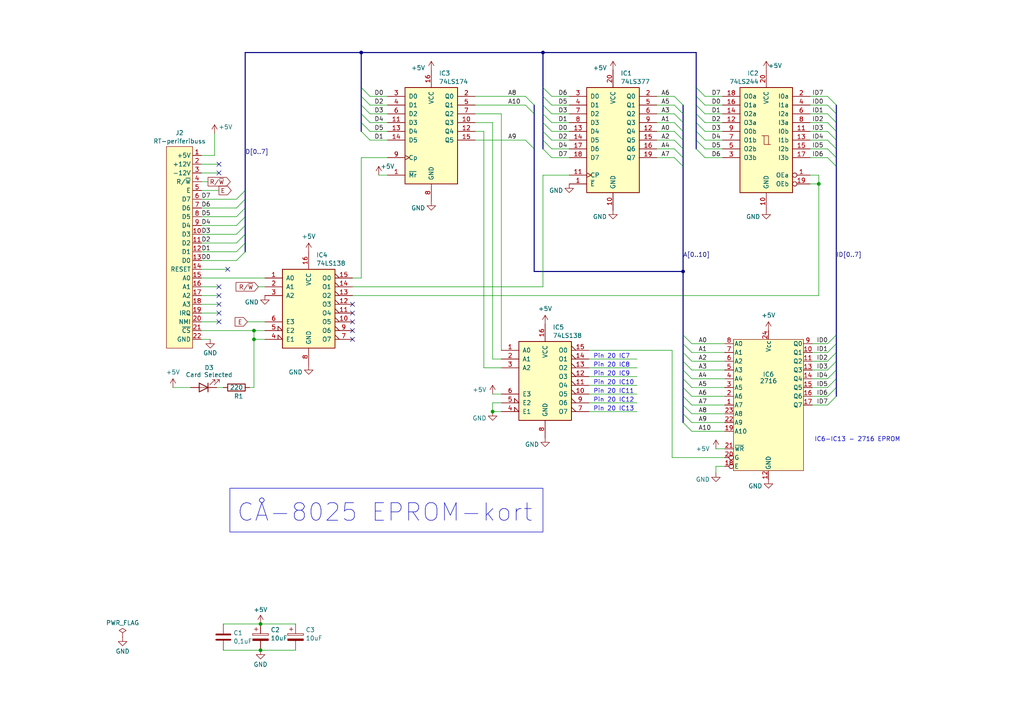
<source format=kicad_sch>
(kicad_sch (version 20230121) (generator eeschema)
  (paper "A4")
  (title_block (title "CÅ-8025 EPROM-kort till RT-datorn") (date "2023-07-30") (rev "0.3") (company "Åke Holm, CÅ-Elektronik") (comment 1 "Schema skapat av Mikael Karlsson"))
  (lib_symbols
    (symbol "74xx:74LS138" (pin_names (offset 1.016))
      (property "Reference" "U" (at -7.62 11.43 0))
      (property "Value" "74LS138" (at -7.62 -13.97 0))
      (symbol "74LS138_1_0"
        (pin input line (at -12.7 7.62 0) (length 5.08) (name "A0") (number "1"))
        (pin output output_low (at 12.7 -5.08 180) (length 5.08) (name "O5") (number "10"))
        (pin output output_low (at 12.7 -2.54 180) (length 5.08) (name "O4") (number "11"))
        (pin output output_low (at 12.7 0 180) (length 5.08) (name "O3") (number "12"))
        (pin output output_low (at 12.7 2.54 180) (length 5.08) (name "O2") (number "13"))
        (pin output output_low (at 12.7 5.08 180) (length 5.08) (name "O1") (number "14"))
        (pin output output_low (at 12.7 7.62 180) (length 5.08) (name "O0") (number "15"))
        (pin power_in line (at 0 15.24 270) (length 5.08) (name "VCC") (number "16"))
        (pin input line (at -12.7 5.08 0) (length 5.08) (name "A1") (number "2"))
        (pin input line (at -12.7 2.54 0) (length 5.08) (name "A2") (number "3"))
        (pin input input_low (at -12.7 -10.16 0) (length 5.08) (name "E1") (number "4"))
        (pin input input_low (at -12.7 -7.62 0) (length 5.08) (name "E2") (number "5"))
        (pin input line (at -12.7 -5.08 0) (length 5.08) (name "E3") (number "6"))
        (pin output output_low (at 12.7 -10.16 180) (length 5.08) (name "O7") (number "7"))
        (pin power_in line (at 0 -17.78 90) (length 5.08) (name "GND") (number "8"))
        (pin output output_low (at 12.7 -7.62 180) (length 5.08) (name "O6") (number "9"))
      )
      (symbol "74LS138_1_1"
        (rectangle (start -7.62 10.16) (end 7.62 -12.7) (stroke (width 0.254)) (fill (type background)))
      )
    )
    (symbol "74xx:74LS174" (pin_names (offset 1.016))
      (property "Reference" "U" (at -7.62 13.97 0))
      (property "Value" "74LS174" (at -7.62 -16.51 0))
      (symbol "74LS174_1_0"
        (pin input line (at -12.7 -12.7 0) (length 5.08) (name "~{Mr}") (number "1"))
        (pin output line (at 12.7 2.54 180) (length 5.08) (name "Q3") (number "10"))
        (pin input line (at -12.7 2.54 0) (length 5.08) (name "D3") (number "11"))
        (pin output line (at 12.7 0 180) (length 5.08) (name "Q4") (number "12"))
        (pin input line (at -12.7 0 0) (length 5.08) (name "D4") (number "13"))
        (pin input line (at -12.7 -2.54 0) (length 5.08) (name "D5") (number "14"))
        (pin output line (at 12.7 -2.54 180) (length 5.08) (name "Q5") (number "15"))
        (pin power_in line (at 0 17.78 270) (length 5.08) (name "VCC") (number "16"))
        (pin output line (at 12.7 10.16 180) (length 5.08) (name "Q0") (number "2"))
        (pin input line (at -12.7 10.16 0) (length 5.08) (name "D0") (number "3"))
        (pin input line (at -12.7 7.62 0) (length 5.08) (name "D1") (number "4"))
        (pin output line (at 12.7 7.62 180) (length 5.08) (name "Q1") (number "5"))
        (pin input line (at -12.7 5.08 0) (length 5.08) (name "D2") (number "6"))
        (pin output line (at 12.7 5.08 180) (length 5.08) (name "Q2") (number "7"))
        (pin power_in line (at 0 -20.32 90) (length 5.08) (name "GND") (number "8"))
        (pin input clock (at -12.7 -7.62 0) (length 5.08) (name "Cp") (number "9"))
      )
      (symbol "74LS174_1_1"
        (rectangle (start -7.62 12.7) (end 7.62 -15.24) (stroke (width 0.254)) (fill (type background)))
      )
    )
    (symbol "74xx:74LS244" (pin_names (offset 1.016))
      (property "Reference" "U" (at -7.62 16.51 0))
      (property "Value" "74LS244" (at -7.62 -16.51 0))
      (symbol "74LS244_1_0"
        (polyline (pts (xy -0.635 -1.27) (xy -0.635 1.27) (xy 0.635 1.27)))
        (polyline (pts (xy -1.27 -1.27) (xy 0.635 -1.27) (xy 0.635 1.27) (xy 1.27 1.27)))
        (pin input inverted (at -12.7 -10.16 0) (length 5.08) (name "OEa") (number "1"))
        (pin power_in line (at 0 -20.32 90) (length 5.08) (name "GND") (number "10"))
        (pin input line (at -12.7 2.54 0) (length 5.08) (name "I0b") (number "11"))
        (pin tri_state line (at 12.7 5.08 180) (length 5.08) (name "O3a") (number "12"))
        (pin input line (at -12.7 0 0) (length 5.08) (name "I1b") (number "13"))
        (pin tri_state line (at 12.7 7.62 180) (length 5.08) (name "O2a") (number "14"))
        (pin input line (at -12.7 -2.54 0) (length 5.08) (name "I2b") (number "15"))
        (pin tri_state line (at 12.7 10.16 180) (length 5.08) (name "O1a") (number "16"))
        (pin input line (at -12.7 -5.08 0) (length 5.08) (name "I3b") (number "17"))
        (pin tri_state line (at 12.7 12.7 180) (length 5.08) (name "O0a") (number "18"))
        (pin input inverted (at -12.7 -12.7 0) (length 5.08) (name "OEb") (number "19"))
        (pin input line (at -12.7 12.7 0) (length 5.08) (name "I0a") (number "2"))
        (pin power_in line (at 0 20.32 270) (length 5.08) (name "VCC") (number "20"))
        (pin tri_state line (at 12.7 -5.08 180) (length 5.08) (name "O3b") (number "3"))
        (pin input line (at -12.7 10.16 0) (length 5.08) (name "I1a") (number "4"))
        (pin tri_state line (at 12.7 -2.54 180) (length 5.08) (name "O2b") (number "5"))
        (pin input line (at -12.7 7.62 0) (length 5.08) (name "I2a") (number "6"))
        (pin tri_state line (at 12.7 0 180) (length 5.08) (name "O1b") (number "7"))
        (pin input line (at -12.7 5.08 0) (length 5.08) (name "I3a") (number "8"))
        (pin tri_state line (at 12.7 2.54 180) (length 5.08) (name "O0b") (number "9"))
      )
      (symbol "74LS244_1_1"
        (rectangle (start -7.62 15.24) (end 7.62 -15.24) (stroke (width 0.254)) (fill (type background)))
      )
    )
    (symbol "74xx:74LS377" (pin_names (offset 1.016))
      (property "Reference" "U" (at -7.62 16.51 0))
      (property "Value" "74LS377" (at -7.62 -16.51 0))
      (symbol "74LS377_1_0"
        (pin input line (at -12.7 -12.7 0) (length 5.08) (name "~{E}") (number "1"))
        (pin power_in line (at 0 -20.32 90) (length 5.08) (name "GND") (number "10"))
        (pin input clock (at -12.7 -10.16 0) (length 5.08) (name "CP") (number "11"))
        (pin output line (at 12.7 2.54 180) (length 5.08) (name "Q4") (number "12"))
        (pin input line (at -12.7 2.54 0) (length 5.08) (name "D4") (number "13"))
        (pin input line (at -12.7 0 0) (length 5.08) (name "D5") (number "14"))
        (pin output line (at 12.7 0 180) (length 5.08) (name "Q5") (number "15"))
        (pin output line (at 12.7 -2.54 180) (length 5.08) (name "Q6") (number "16"))
        (pin input line (at -12.7 -2.54 0) (length 5.08) (name "D6") (number "17"))
        (pin input line (at -12.7 -5.08 0) (length 5.08) (name "D7") (number "18"))
        (pin output line (at 12.7 -5.08 180) (length 5.08) (name "Q7") (number "19"))
        (pin output line (at 12.7 12.7 180) (length 5.08) (name "Q0") (number "2"))
        (pin power_in line (at 0 20.32 270) (length 5.08) (name "VCC") (number "20"))
        (pin input line (at -12.7 12.7 0) (length 5.08) (name "D0") (number "3"))
        (pin input line (at -12.7 10.16 0) (length 5.08) (name "D1") (number "4"))
        (pin output line (at 12.7 10.16 180) (length 5.08) (name "Q1") (number "5"))
        (pin output line (at 12.7 7.62 180) (length 5.08) (name "Q2") (number "6"))
        (pin input line (at -12.7 7.62 0) (length 5.08) (name "D2") (number "7"))
        (pin input line (at -12.7 5.08 0) (length 5.08) (name "D3") (number "8"))
        (pin output line (at 12.7 5.08 180) (length 5.08) (name "Q3") (number "9"))
      )
      (symbol "74LS377_1_1"
        (rectangle (start -7.62 15.24) (end 7.62 -15.24) (stroke (width 0.254)) (fill (type background)))
      )
    )
    (symbol "CÅ-8025:2716" (pin_names (offset 0.254))
      (property "Reference" "U" (at 0 3.175 0))
      (property "Value" "2716" (at 0 -0.635 0))
      (symbol "2716_0_1"
        (rectangle (start -10.16 19.05) (end 10.16 -19.05) (fill (type background)))
      )
      (symbol "2716_1_0"
        (pin power_in line (at 0 -21.59 90) (length 2.54) (name "GND") (number "12"))
        (pin power_in line (at 0 21.59 270) (length 2.54) (name "Vcc") (number "24"))
      )
      (symbol "2716_1_1"
        (pin input line (at -12.7 0 0) (length 2.54) (name "A7") (number "1"))
        (pin tri_state line (at 12.7 15.24 180) (length 2.54) (name "Q1") (number "10"))
        (pin tri_state line (at 12.7 12.7 180) (length 2.54) (name "Q2") (number "11"))
        (pin tri_state line (at 12.7 10.16 180) (length 2.54) (name "Q3") (number "13"))
        (pin tri_state line (at 12.7 7.62 180) (length 2.54) (name "Q4") (number "14"))
        (pin tri_state line (at 12.7 5.08 180) (length 2.54) (name "Q5") (number "15"))
        (pin tri_state line (at 12.7 2.54 180) (length 2.54) (name "Q6") (number "16"))
        (pin tri_state line (at 12.7 0 180) (length 2.54) (name "Q7") (number "17"))
        (pin input inverted (at -12.7 -17.78 0) (length 2.54) (name "E") (number "18"))
        (pin input line (at -12.7 -7.62 0) (length 2.54) (name "A10") (number "19"))
        (pin input line (at -12.7 2.54 0) (length 2.54) (name "A6") (number "2"))
        (pin input inverted (at -12.7 -15.24 0) (length 2.54) (name "G") (number "20"))
        (pin input line (at -12.7 -12.7 0) (length 2.54) (name "~{WR}") (number "21"))
        (pin input line (at -12.7 -5.08 0) (length 2.54) (name "A9") (number "22"))
        (pin input line (at -12.7 -2.54 0) (length 2.54) (name "A8") (number "23"))
        (pin input line (at -12.7 5.08 0) (length 2.54) (name "A5") (number "3"))
        (pin input line (at -12.7 7.62 0) (length 2.54) (name "A4") (number "4"))
        (pin input line (at -12.7 10.16 0) (length 2.54) (name "A3") (number "5"))
        (pin input line (at -12.7 12.7 0) (length 2.54) (name "A2") (number "6"))
        (pin input line (at -12.7 15.24 0) (length 2.54) (name "A1") (number "7"))
        (pin input line (at -12.7 17.78 0) (length 2.54) (name "A0") (number "8"))
        (pin tri_state line (at 12.7 17.78 180) (length 2.54) (name "Q0") (number "9"))
      )
    )
    (symbol "CÅ-8025:RT-periferibuss"
      (property "Reference" "J" (at 0 32.385 0))
      (property "Value" "RT-periferibuss" (at 0 30.48 0))
      (symbol "RT-periferibuss_0_0"
        (pin bidirectional line (at 6.35 3.81 180) (length 2.54) (name "D3") (number "10"))
        (pin bidirectional line (at 6.35 1.27 180) (length 2.54) (name "D2") (number "11"))
        (pin bidirectional line (at 6.35 -1.27 180) (length 2.54) (name "D1") (number "12"))
        (pin bidirectional line (at 6.35 -3.81 180) (length 2.54) (name "D0") (number "13"))
        (pin output line (at 6.35 -6.35 180) (length 2.54) (name "RESET") (number "14"))
        (pin output line (at 6.35 -8.89 180) (length 2.54) (name "A0") (number "15"))
        (pin output line (at 6.35 -11.43 180) (length 2.54) (name "A1") (number "16"))
        (pin output line (at 6.35 -13.97 180) (length 2.54) (name "A2") (number "17"))
        (pin output line (at 6.35 -16.51 180) (length 2.54) (name "A3") (number "18"))
        (pin bidirectional line (at 6.35 -19.05 180) (length 2.54) (name "IRQ") (number "19"))
        (pin bidirectional line (at 6.35 -21.59 180) (length 2.54) (name "NMI") (number "20"))
        (pin output line (at 6.35 -24.13 180) (length 2.54) (name "~{CS}") (number "21"))
        (pin power_in line (at 6.35 -26.67 180) (length 2.54) (name "GND") (number "22"))
        (pin power_out line (at 6.35 21.59 180) (length 2.54) (name "-12V") (number "3"))
        (pin output line (at 6.35 16.51 180) (length 2.54) (name "E") (number "5"))
        (pin bidirectional line (at 6.35 13.97 180) (length 2.54) (name "D7") (number "6"))
        (pin bidirectional line (at 6.35 11.43 180) (length 2.54) (name "D6") (number "7"))
        (pin bidirectional line (at 6.35 8.89 180) (length 2.54) (name "D5") (number "8"))
        (pin bidirectional line (at 6.35 6.35 180) (length 2.54) (name "D4") (number "9"))
      )
      (symbol "RT-periferibuss_1_0"
        (pin power_out line (at 6.35 26.67 180) (length 2.54) (name "+5V") (number "1"))
        (pin power_out line (at 6.35 24.13 180) (length 2.54) (name "+12V") (number "2"))
        (pin output line (at 6.35 19.05 180) (length 2.54) (name "R/~{W}") (number "4"))
      )
      (symbol "RT-periferibuss_1_1"
        (rectangle (start -3.81 29.21) (end 3.81 -29.21) (fill (type background)))
      )
    )
    (symbol "Device:C" (pin_numbers hide) (pin_names (offset 0.254))
      (property "Reference" "C" (at 0.635 2.54 0))
      (property "Value" "C" (at 0.635 -2.54 0))
      (symbol "C_0_1"
        (polyline (pts (xy -2.032 -0.762) (xy 2.032 -0.762)) (stroke (width 0.508)))
        (polyline (pts (xy -2.032 0.762) (xy 2.032 0.762)) (stroke (width 0.508)))
      )
      (symbol "C_1_1"
        (pin passive line (at 0 3.81 270) (length 2.794) (name "~") (number "1"))
        (pin passive line (at 0 -3.81 90) (length 2.794) (name "~") (number "2"))
      )
    )
    (symbol "Device:C_Polarized" (pin_numbers hide) (pin_names (offset 0.254))
      (property "Reference" "C" (at 0.635 2.54 0))
      (property "Value" "C_Polarized" (at 0.635 -2.54 0))
      (symbol "C_Polarized_0_1"
        (rectangle (start -2.286 0.508) (end 2.286 1.016))
        (polyline (pts (xy -1.778 2.286) (xy -0.762 2.286)))
        (polyline (pts (xy -1.27 2.794) (xy -1.27 1.778)))
        (rectangle (start 2.286 -0.508) (end -2.286 -1.016) (fill (type outline)))
      )
      (symbol "C_Polarized_1_1"
        (pin passive line (at 0 3.81 270) (length 2.794) (name "~") (number "1"))
        (pin passive line (at 0 -3.81 90) (length 2.794) (name "~") (number "2"))
      )
    )
    (symbol "Device:LED" (pin_numbers hide) (pin_names (offset 1.016) hide)
      (property "Reference" "D" (at 0 2.54 0))
      (property "Value" "LED" (at 0 -2.54 0))
      (symbol "LED_0_1"
        (polyline (pts (xy -1.27 -1.27) (xy -1.27 1.27)) (stroke (width 0.254)))
        (polyline (pts (xy -1.27 0) (xy 1.27 0)))
        (polyline (pts (xy 1.27 -1.27) (xy 1.27 1.27) (xy -1.27 0) (xy 1.27 -1.27)) (stroke (width 0.254)))
        (polyline (pts (xy -3.048 -0.762) (xy -4.572 -2.286) (xy -3.81 -2.286) (xy -4.572 -2.286) (xy -4.572 -1.524)))
        (polyline (pts (xy -1.778 -0.762) (xy -3.302 -2.286) (xy -2.54 -2.286) (xy -3.302 -2.286) (xy -3.302 -1.524)))
      )
      (symbol "LED_1_1"
        (pin passive line (at -3.81 0 0) (length 2.54) (name "K") (number "1"))
        (pin passive line (at 3.81 0 180) (length 2.54) (name "A") (number "2"))
      )
    )
    (symbol "Device:R" (pin_numbers hide) (pin_names (offset 0))
      (property "Reference" "R" (at 2.032 0 90))
      (property "Value" "R" (at 0 0 90))
      (symbol "R_0_1"
        (rectangle (start -1.016 -2.54) (end 1.016 2.54) (stroke (width 0.254)))
      )
      (symbol "R_1_1"
        (pin passive line (at 0 3.81 270) (length 1.27) (name "~") (number "1"))
        (pin passive line (at 0 -3.81 90) (length 1.27) (name "~") (number "2"))
      )
    )
    (symbol "power:+5V" (power) (pin_names (offset 0))
      (property "Value" "+5V" (at 0 3.556 0))
      (symbol "+5V_0_1"
        (polyline (pts (xy -0.762 1.27) (xy 0 2.54)))
        (polyline (pts (xy 0 0) (xy 0 2.54)))
        (polyline (pts (xy 0 2.54) (xy 0.762 1.27)))
      )
      (symbol "+5V_1_1"
        (pin power_in line (at 0 0 90) (length 0) hide (name "+5V") (number "1"))
      )
    )
    (symbol "power:GND" (power) (pin_names (offset 0))
      (property "Value" "GND" (at 0 -3.81 0))
      (symbol "GND_0_1"
        (polyline (pts (xy 0 0) (xy 0 -1.27) (xy 1.27 -1.27) (xy 0 -2.54) (xy -1.27 -1.27) (xy 0 -1.27)))
      )
      (symbol "GND_1_1"
        (pin power_in line (at 0 0 270) (length 0) hide (name "GND") (number "1"))
      )
    )
    (symbol "power:PWR_FLAG" (power) (pin_numbers hide) (pin_names (offset 0) hide)
      (property "Value" "PWR_FLAG" (at 0 3.81 0))
      (symbol "PWR_FLAG_0_0"
        (pin power_out line (at 0 0 90) (length 0) (name "pwr") (number "1"))
      )
      (symbol "PWR_FLAG_0_1"
        (polyline (pts (xy 0 0) (xy 0 1.27) (xy -1.016 1.905) (xy 0 2.54) (xy 1.016 1.905) (xy 0 1.27)))
      )
    )
  )
  (junction (at 73.66 95.885))
  (junction (at 198.12 78.74))
  (junction (at 73.66 98.425))
  (junction (at 75.565 188.595))
  (junction (at 104.775 15.24))
  (junction (at 75.565 180.975))
  (junction (at 237.49 53.34))
  (junction (at 142.875 119.38))
  (junction (at 157.48 15.24))
  (no_connect (at 102.235 93.345))
  (no_connect (at 66.04 78.105))
  (no_connect (at 63.5 88.265))
  (no_connect (at 63.5 85.725))
  (no_connect (at 63.5 90.805))
  (no_connect (at 63.5 93.345))
  (no_connect (at 102.235 95.885))
  (no_connect (at 63.5 50.165))
  (no_connect (at 63.5 83.185))
  (no_connect (at 102.235 90.805))
  (no_connect (at 102.235 98.425))
  (no_connect (at 102.235 88.265))
  (no_connect (at 63.5 47.625))
  (bus_entry (at 200.66 109.855) (size -2.54 -2.54))
  (bus_entry (at 107.315 38.1) (size -2.54 -2.54))
  (bus_entry (at 200.66 104.775) (size -2.54 -2.54))
  (bus_entry (at 68.58 70.485) (size 2.54 -2.54))
  (bus_entry (at 240.03 99.695) (size 2.54 -2.54))
  (bus_entry (at 204.47 35.56) (size -2.54 -2.54))
  (bus_entry (at 195.58 30.48) (size 2.54 2.54))
  (bus_entry (at 200.66 102.235) (size -2.54 -2.54))
  (bus_entry (at 152.4 30.48) (size 2.54 2.54))
  (bus_entry (at 200.66 125.095) (size -2.54 -2.54))
  (bus_entry (at 160.02 43.18) (size -2.54 -2.54))
  (bus_entry (at 240.03 102.235) (size 2.54 -2.54))
  (bus_entry (at 160.02 45.72) (size -2.54 -2.54))
  (bus_entry (at 240.03 38.1) (size 2.54 2.54))
  (bus_entry (at 195.58 43.18) (size 2.54 2.54))
  (bus_entry (at 160.02 35.56) (size -2.54 -2.54))
  (bus_entry (at 107.315 30.48) (size -2.54 -2.54))
  (bus_entry (at 107.315 27.94) (size -2.54 -2.54))
  (bus_entry (at 240.03 112.395) (size 2.54 -2.54))
  (bus_entry (at 68.58 60.325) (size 2.54 -2.54))
  (bus_entry (at 107.315 40.64) (size -2.54 -2.54))
  (bus_entry (at 200.66 120.015) (size -2.54 -2.54))
  (bus_entry (at 204.47 38.1) (size -2.54 -2.54))
  (bus_entry (at 200.66 117.475) (size -2.54 -2.54))
  (bus_entry (at 68.58 65.405) (size 2.54 -2.54))
  (bus_entry (at 200.66 107.315) (size -2.54 -2.54))
  (bus_entry (at 200.66 114.935) (size -2.54 -2.54))
  (bus_entry (at 240.03 40.64) (size 2.54 2.54))
  (bus_entry (at 240.03 33.02) (size 2.54 2.54))
  (bus_entry (at 240.03 109.855) (size 2.54 -2.54))
  (bus_entry (at 152.4 40.64) (size 2.54 2.54))
  (bus_entry (at 68.58 67.945) (size 2.54 -2.54))
  (bus_entry (at 200.66 122.555) (size -2.54 -2.54))
  (bus_entry (at 195.58 35.56) (size 2.54 2.54))
  (bus_entry (at 160.02 40.64) (size -2.54 -2.54))
  (bus_entry (at 240.03 107.315) (size 2.54 -2.54))
  (bus_entry (at 204.47 40.64) (size -2.54 -2.54))
  (bus_entry (at 195.58 33.02) (size 2.54 2.54))
  (bus_entry (at 240.03 114.935) (size 2.54 -2.54))
  (bus_entry (at 204.47 33.02) (size -2.54 -2.54))
  (bus_entry (at 240.03 35.56) (size 2.54 2.54))
  (bus_entry (at 240.03 27.94) (size 2.54 2.54))
  (bus_entry (at 107.315 33.02) (size -2.54 -2.54))
  (bus_entry (at 160.02 38.1) (size -2.54 -2.54))
  (bus_entry (at 68.58 57.785) (size 2.54 -2.54))
  (bus_entry (at 160.02 27.94) (size -2.54 -2.54))
  (bus_entry (at 152.4 27.94) (size 2.54 2.54))
  (bus_entry (at 204.47 30.48) (size -2.54 -2.54))
  (bus_entry (at 160.02 30.48) (size -2.54 -2.54))
  (bus_entry (at 195.58 38.1) (size 2.54 2.54))
  (bus_entry (at 204.47 45.72) (size -2.54 -2.54))
  (bus_entry (at 204.47 43.18) (size -2.54 -2.54))
  (bus_entry (at 160.02 33.02) (size -2.54 -2.54))
  (bus_entry (at 200.66 99.695) (size -2.54 -2.54))
  (bus_entry (at 68.58 75.565) (size 2.54 -2.54))
  (bus_entry (at 195.58 45.72) (size 2.54 2.54))
  (bus_entry (at 68.58 73.025) (size 2.54 -2.54))
  (bus_entry (at 240.03 117.475) (size 2.54 -2.54))
  (bus_entry (at 195.58 40.64) (size 2.54 2.54))
  (bus_entry (at 240.03 43.18) (size 2.54 2.54))
  (bus_entry (at 204.47 27.94) (size -2.54 -2.54))
  (bus_entry (at 195.58 27.94) (size 2.54 2.54))
  (bus_entry (at 200.66 112.395) (size -2.54 -2.54))
  (bus_entry (at 107.315 35.56) (size -2.54 -2.54))
  (bus_entry (at 240.03 45.72) (size 2.54 2.54))
  (bus_entry (at 68.58 62.865) (size 2.54 -2.54))
  (bus_entry (at 240.03 30.48) (size 2.54 2.54))
  (bus_entry (at 240.03 104.775) (size 2.54 -2.54))
  (wire (pts (xy 195.58 40.64) (xy 190.5 40.64)))
  (wire (pts (xy 204.47 30.48) (xy 209.55 30.48)))
  (wire (pts (xy 240.03 38.1) (xy 234.95 38.1)))
  (wire (pts (xy 58.42 60.325) (xy 68.58 60.325)))
  (wire (pts (xy 60.325 52.705) (xy 58.42 52.705)))
  (wire (pts (xy 160.02 43.18) (xy 165.1 43.18)))
  (wire (pts (xy 200.66 125.095) (xy 210.185 125.095)))
  (wire (pts (xy 200.66 104.775) (xy 210.185 104.775)))
  (wire (pts (xy 240.03 35.56) (xy 234.95 35.56)))
  (bus (pts (xy 71.12 15.24) (xy 104.775 15.24)))
  (bus (pts (xy 198.12 99.695) (xy 198.12 102.235)))
  (wire (pts (xy 62.23 38.735) (xy 62.23 45.085)))
  (wire (pts (xy 63.5 50.165) (xy 58.42 50.165)))
  (bus (pts (xy 201.93 15.24) (xy 201.93 25.4)))
  (wire (pts (xy 200.66 114.935) (xy 210.185 114.935)))
  (bus (pts (xy 242.57 102.235) (xy 242.57 104.775)))
  (wire (pts (xy 140.335 106.68) (xy 145.415 106.68)))
  (bus (pts (xy 71.12 55.245) (xy 71.12 57.785)))
  (bus (pts (xy 198.12 114.935) (xy 198.12 117.475)))
  (wire (pts (xy 204.47 35.56) (xy 209.55 35.56)))
  (bus (pts (xy 157.48 38.1) (xy 157.48 40.64)))
  (bus (pts (xy 71.12 62.865) (xy 71.12 60.325)))
  (wire (pts (xy 204.47 27.94) (xy 209.55 27.94)))
  (wire (pts (xy 207.645 130.175) (xy 210.185 130.175)))
  (bus (pts (xy 201.93 38.1) (xy 201.93 40.64)))
  (wire (pts (xy 58.42 88.265) (xy 63.5 88.265)))
  (wire (pts (xy 142.875 116.84) (xy 142.875 119.38)))
  (wire (pts (xy 160.02 33.02) (xy 165.1 33.02)))
  (wire (pts (xy 240.03 45.72) (xy 234.95 45.72)))
  (bus (pts (xy 201.93 33.02) (xy 201.93 35.56)))
  (wire (pts (xy 207.645 135.255) (xy 207.645 137.16)))
  (bus (pts (xy 104.775 27.94) (xy 104.775 25.4)))
  (bus (pts (xy 242.57 33.02) (xy 242.57 35.56)))
  (wire (pts (xy 195.58 33.02) (xy 190.5 33.02)))
  (bus (pts (xy 242.57 45.72) (xy 242.57 48.26)))
  (bus (pts (xy 157.48 27.94) (xy 157.48 25.4)))
  (bus (pts (xy 198.12 40.64) (xy 198.12 43.18)))
  (bus (pts (xy 198.12 109.855) (xy 198.12 112.395)))
  (wire (pts (xy 137.795 40.64) (xy 152.4 40.64)))
  (wire (pts (xy 58.42 98.425) (xy 60.96 98.425)))
  (wire (pts (xy 73.66 95.885) (xy 76.835 95.885)))
  (wire (pts (xy 200.66 109.855) (xy 210.185 109.855)))
  (wire (pts (xy 200.66 102.235) (xy 210.185 102.235)))
  (bus (pts (xy 201.93 35.56) (xy 201.93 38.1)))
  (bus (pts (xy 104.775 30.48) (xy 104.775 33.02)))
  (bus (pts (xy 104.775 25.4) (xy 104.775 15.24)))
  (bus (pts (xy 71.12 70.485) (xy 71.12 67.945)))
  (bus (pts (xy 198.12 117.475) (xy 198.12 120.015)))
  (bus (pts (xy 104.775 30.48) (xy 104.775 27.94)))
  (wire (pts (xy 234.95 53.34) (xy 237.49 53.34)))
  (wire (pts (xy 170.815 111.76) (xy 184.785 111.76)))
  (wire (pts (xy 240.03 43.18) (xy 234.95 43.18)))
  (bus (pts (xy 242.57 48.26) (xy 242.57 97.155)))
  (wire (pts (xy 137.795 38.1) (xy 140.335 38.1)))
  (wire (pts (xy 58.42 85.725) (xy 63.5 85.725)))
  (bus (pts (xy 71.12 65.405) (xy 71.12 62.865)))
  (wire (pts (xy 102.235 80.645) (xy 104.775 80.645)))
  (bus (pts (xy 242.57 97.155) (xy 242.57 99.695)))
  (wire (pts (xy 195.58 43.18) (xy 190.5 43.18)))
  (wire (pts (xy 240.03 30.48) (xy 234.95 30.48)))
  (wire (pts (xy 58.42 78.105) (xy 66.04 78.105)))
  (wire (pts (xy 58.42 67.945) (xy 68.58 67.945)))
  (wire (pts (xy 58.42 93.345) (xy 63.5 93.345)))
  (wire (pts (xy 140.335 38.1) (xy 140.335 106.68)))
  (wire (pts (xy 104.775 80.645) (xy 104.775 45.72)))
  (wire (pts (xy 160.02 40.64) (xy 165.1 40.64)))
  (wire (pts (xy 58.42 73.025) (xy 68.58 73.025)))
  (wire (pts (xy 170.815 101.6) (xy 194.945 101.6)))
  (bus (pts (xy 198.12 120.015) (xy 198.12 122.555)))
  (wire (pts (xy 170.815 116.84) (xy 184.785 116.84)))
  (bus (pts (xy 201.93 30.48) (xy 201.93 27.94)))
  (bus (pts (xy 157.48 40.64) (xy 157.48 43.18)))
  (wire (pts (xy 240.03 99.695) (xy 235.585 99.695)))
  (wire (pts (xy 142.875 114.3) (xy 145.415 114.3)))
  (wire (pts (xy 142.875 104.14) (xy 145.415 104.14)))
  (bus (pts (xy 157.48 35.56) (xy 157.48 38.1)))
  (wire (pts (xy 240.03 107.315) (xy 235.585 107.315)))
  (bus (pts (xy 198.12 104.775) (xy 198.12 107.315)))
  (wire (pts (xy 73.66 112.395) (xy 73.66 98.425)))
  (bus (pts (xy 198.12 112.395) (xy 198.12 114.935)))
  (bus (pts (xy 201.93 40.64) (xy 201.93 43.18)))
  (wire (pts (xy 240.03 114.935) (xy 235.585 114.935)))
  (bus (pts (xy 157.48 30.48) (xy 157.48 33.02)))
  (bus (pts (xy 242.57 43.18) (xy 242.57 45.72)))
  (wire (pts (xy 50.165 112.395) (xy 55.245 112.395)))
  (wire (pts (xy 137.795 30.48) (xy 152.4 30.48)))
  (bus (pts (xy 198.12 48.26) (xy 198.12 78.74)))
  (wire (pts (xy 62.865 112.395) (xy 64.77 112.395)))
  (bus (pts (xy 242.57 38.1) (xy 242.57 40.64)))
  (wire (pts (xy 237.49 50.8) (xy 237.49 53.34)))
  (wire (pts (xy 204.47 38.1) (xy 209.55 38.1)))
  (bus (pts (xy 157.48 30.48) (xy 157.48 27.94)))
  (wire (pts (xy 240.03 117.475) (xy 235.585 117.475)))
  (bus (pts (xy 157.48 25.4) (xy 157.48 15.24)))
  (wire (pts (xy 200.66 112.395) (xy 210.185 112.395)))
  (wire (pts (xy 195.58 35.56) (xy 190.5 35.56)))
  (wire (pts (xy 58.42 55.245) (xy 63.5 55.245)))
  (wire (pts (xy 234.95 50.8) (xy 237.49 50.8)))
  (bus (pts (xy 198.12 78.74) (xy 198.12 97.155)))
  (bus (pts (xy 201.93 27.94) (xy 201.93 25.4)))
  (bus (pts (xy 104.775 35.56) (xy 104.775 38.1)))
  (bus (pts (xy 157.48 33.02) (xy 157.48 35.56)))
  (wire (pts (xy 200.66 99.695) (xy 210.185 99.695)))
  (wire (pts (xy 104.775 45.72) (xy 112.395 45.72)))
  (wire (pts (xy 204.47 40.64) (xy 209.55 40.64)))
  (wire (pts (xy 157.48 83.185) (xy 157.48 50.8)))
  (wire (pts (xy 170.815 119.38) (xy 184.785 119.38)))
  (wire (pts (xy 107.315 30.48) (xy 112.395 30.48)))
  (wire (pts (xy 195.58 27.94) (xy 190.5 27.94)))
  (bus (pts (xy 198.12 97.155) (xy 198.12 99.695)))
  (bus (pts (xy 242.57 35.56) (xy 242.57 38.1)))
  (wire (pts (xy 75.565 188.595) (xy 85.725 188.595)))
  (wire (pts (xy 194.945 132.715) (xy 210.185 132.715)))
  (wire (pts (xy 58.42 45.085) (xy 62.23 45.085)))
  (wire (pts (xy 200.66 122.555) (xy 210.185 122.555)))
  (wire (pts (xy 137.795 33.02) (xy 145.415 33.02)))
  (wire (pts (xy 107.315 35.56) (xy 112.395 35.56)))
  (wire (pts (xy 195.58 38.1) (xy 190.5 38.1)))
  (bus (pts (xy 71.12 15.24) (xy 71.12 55.245)))
  (wire (pts (xy 58.42 57.785) (xy 68.58 57.785)))
  (wire (pts (xy 204.47 45.72) (xy 209.55 45.72)))
  (wire (pts (xy 102.235 85.725) (xy 237.49 85.725)))
  (bus (pts (xy 71.12 73.025) (xy 71.12 70.485)))
  (bus (pts (xy 198.12 45.72) (xy 198.12 48.26)))
  (wire (pts (xy 145.415 33.02) (xy 145.415 101.6)))
  (wire (pts (xy 194.945 101.6) (xy 194.945 132.715)))
  (bus (pts (xy 201.93 30.48) (xy 201.93 33.02)))
  (wire (pts (xy 170.815 109.22) (xy 184.785 109.22)))
  (wire (pts (xy 160.02 27.94) (xy 165.1 27.94)))
  (bus (pts (xy 157.48 15.24) (xy 201.93 15.24)))
  (wire (pts (xy 160.02 38.1) (xy 165.1 38.1)))
  (wire (pts (xy 170.815 104.14) (xy 184.785 104.14)))
  (wire (pts (xy 64.77 180.975) (xy 75.565 180.975)))
  (wire (pts (xy 58.42 47.625) (xy 63.5 47.625)))
  (bus (pts (xy 198.12 43.18) (xy 198.12 45.72)))
  (wire (pts (xy 240.03 40.64) (xy 234.95 40.64)))
  (wire (pts (xy 142.875 35.56) (xy 142.875 104.14)))
  (wire (pts (xy 210.185 135.255) (xy 207.645 135.255)))
  (bus (pts (xy 104.775 33.02) (xy 104.775 35.56)))
  (wire (pts (xy 58.42 95.885) (xy 73.66 95.885)))
  (bus (pts (xy 154.94 33.02) (xy 154.94 43.18)))
  (wire (pts (xy 63.5 90.805) (xy 58.42 90.805)))
  (wire (pts (xy 76.835 98.425) (xy 73.66 98.425)))
  (wire (pts (xy 195.58 45.72) (xy 190.5 45.72)))
  (wire (pts (xy 142.875 119.38) (xy 145.415 119.38)))
  (wire (pts (xy 160.02 45.72) (xy 165.1 45.72)))
  (wire (pts (xy 137.795 35.56) (xy 142.875 35.56)))
  (wire (pts (xy 200.66 117.475) (xy 210.185 117.475)))
  (bus (pts (xy 242.57 109.855) (xy 242.57 112.395)))
  (bus (pts (xy 198.12 30.48) (xy 198.12 33.02)))
  (wire (pts (xy 58.42 62.865) (xy 68.58 62.865)))
  (wire (pts (xy 237.49 85.725) (xy 237.49 53.34)))
  (bus (pts (xy 198.12 35.56) (xy 198.12 38.1)))
  (wire (pts (xy 170.815 106.68) (xy 184.785 106.68)))
  (bus (pts (xy 154.94 78.74) (xy 198.12 78.74)))
  (wire (pts (xy 204.47 33.02) (xy 209.55 33.02)))
  (bus (pts (xy 71.12 67.945) (xy 71.12 65.405)))
  (bus (pts (xy 198.12 38.1) (xy 198.12 40.64)))
  (wire (pts (xy 240.03 109.855) (xy 235.585 109.855)))
  (wire (pts (xy 204.47 43.18) (xy 209.55 43.18)))
  (bus (pts (xy 242.57 107.315) (xy 242.57 109.855)))
  (wire (pts (xy 195.58 30.48) (xy 190.5 30.48)))
  (wire (pts (xy 72.39 112.395) (xy 73.66 112.395)))
  (wire (pts (xy 200.66 120.015) (xy 210.185 120.015)))
  (wire (pts (xy 240.03 102.235) (xy 235.585 102.235)))
  (wire (pts (xy 75.565 180.975) (xy 85.725 180.975)))
  (bus (pts (xy 104.775 15.24) (xy 157.48 15.24)))
  (wire (pts (xy 58.42 70.485) (xy 68.58 70.485)))
  (wire (pts (xy 240.03 112.395) (xy 235.585 112.395)))
  (wire (pts (xy 102.235 83.185) (xy 157.48 83.185)))
  (wire (pts (xy 145.415 116.84) (xy 142.875 116.84)))
  (bus (pts (xy 242.57 40.64) (xy 242.57 43.18)))
  (wire (pts (xy 107.315 27.94) (xy 112.395 27.94)))
  (wire (pts (xy 170.815 114.3) (xy 184.785 114.3)))
  (wire (pts (xy 157.48 50.8) (xy 165.1 50.8)))
  (wire (pts (xy 107.315 38.1) (xy 112.395 38.1)))
  (wire (pts (xy 160.02 30.48) (xy 165.1 30.48)))
  (wire (pts (xy 58.42 80.645) (xy 76.835 80.645)))
  (bus (pts (xy 198.12 107.315) (xy 198.12 109.855)))
  (wire (pts (xy 73.66 98.425) (xy 73.66 95.885)))
  (bus (pts (xy 242.57 30.48) (xy 242.57 33.02)))
  (wire (pts (xy 64.77 188.595) (xy 75.565 188.595)))
  (wire (pts (xy 76.835 93.345) (xy 71.755 93.345)))
  (wire (pts (xy 58.42 83.185) (xy 63.5 83.185)))
  (wire (pts (xy 109.855 50.8) (xy 112.395 50.8)))
  (wire (pts (xy 137.795 27.94) (xy 152.4 27.94)))
  (bus (pts (xy 154.94 43.18) (xy 154.94 78.74)))
  (bus (pts (xy 242.57 104.775) (xy 242.57 107.315)))
  (bus (pts (xy 154.94 30.48) (xy 154.94 33.02)))
  (bus (pts (xy 242.57 112.395) (xy 242.57 114.935)))
  (wire (pts (xy 160.02 35.56) (xy 165.1 35.56)))
  (bus (pts (xy 71.12 60.325) (xy 71.12 57.785)))
  (wire (pts (xy 74.93 83.185) (xy 76.835 83.185)))
  (wire (pts (xy 200.66 107.315) (xy 210.185 107.315)))
  (wire (pts (xy 240.03 27.94) (xy 234.95 27.94)))
  (wire (pts (xy 240.03 104.775) (xy 235.585 104.775)))
  (wire (pts (xy 107.315 33.02) (xy 112.395 33.02)))
  (wire (pts (xy 58.42 65.405) (xy 68.58 65.405)))
  (bus (pts (xy 198.12 102.235) (xy 198.12 104.775)))
  (bus (pts (xy 242.57 99.695) (xy 242.57 102.235)))
  (wire (pts (xy 58.42 75.565) (xy 68.58 75.565)))
  (bus (pts (xy 198.12 33.02) (xy 198.12 35.56)))
  (wire (pts (xy 240.03 33.02) (xy 234.95 33.02)))
  (wire (pts (xy 107.315 40.64) (xy 112.395 40.64)))
  (rectangle (start 66.675 141.605) (end 157.48 154.305))
  (text "Pin 20 IC8" (at 172.085 106.68 0) (effects (font (size 1.27 1.27)) (justify left bottom)))
  (text "IC6-IC13 - 2716 EPROM" (at 236.22 128.27 0) (effects (font (size 1.27 1.27)) (justify left bottom)))
  (text "CÅ-8025 EPROM-kort" (at 68.58 151.765 0) (effects (font (size 5.08 5.08)) (justify left bottom)))
  (text "Pin 20 IC7" (at 172.085 104.14 0) (effects (font (size 1.27 1.27)) (justify left bottom)))
  (text "Pin 20 IC11" (at 172.085 114.3 0) (effects (font (size 1.27 1.27)) (justify left bottom)))
  (text "Pin 20 IC10" (at 172.085 111.76 0) (effects (font (size 1.27 1.27)) (justify left bottom)))
  (text "Pin 20 IC9" (at 172.085 109.22 0) (effects (font (size 1.27 1.27)) (justify left bottom)))
  (text "Pin 20 IC13" (at 172.085 119.38 0) (effects (font (size 1.27 1.27)) (justify left bottom)))
  (text "Pin 20 IC12" (at 172.085 116.84 0) (effects (font (size 1.27 1.27)) (justify left bottom)))
  (label "A10" (at 147.32 30.48 0))
  (label "A[0..10]" (at 198.12 74.93 0))
  (label "ID0" (at 235.585 30.48 0))
  (label "D4" (at 108.585 35.56 0))
  (label "ID[0..7]" (at 242.57 74.93 0))
  (label "A7" (at 191.77 45.72 0))
  (label "A3" (at 191.77 33.02 0))
  (label "D2" (at 161.925 40.64 0))
  (label "D3" (at 58.42 67.945 0))
  (label "D6" (at 206.375 45.72 0))
  (label "ID7" (at 236.855 117.475 0))
  (label "D5" (at 58.42 62.865 0))
  (label "A1" (at 191.77 35.56 0))
  (label "D1" (at 108.585 40.64 0))
  (label "D0" (at 161.925 38.1 0))
  (label "D5" (at 206.375 43.18 0))
  (label "D4" (at 161.925 43.18 0))
  (label "ID2" (at 236.855 104.775 0))
  (label "ID1" (at 235.585 33.02 0))
  (label "ID1" (at 236.855 102.235 0))
  (label "D1" (at 206.375 33.02 0))
  (label "A5" (at 202.565 112.395 0))
  (label "A4" (at 202.565 109.855 0))
  (label "A5" (at 191.77 30.48 0))
  (label "A1" (at 202.565 102.235 0))
  (label "D7" (at 206.375 27.94 0))
  (label "A6" (at 202.565 114.935 0))
  (label "ID5" (at 236.855 112.395 0))
  (label "A9" (at 202.565 122.555 0))
  (label "A6" (at 191.77 27.94 0))
  (label "A3" (at 202.565 107.315 0))
  (label "A10" (at 202.565 125.095 0))
  (label "A2" (at 191.77 40.64 0))
  (label "ID6" (at 235.585 45.72 0))
  (label "A4" (at 191.77 43.18 0))
  (label "D[0..7]" (at 71.12 45.085 0))
  (label "D0" (at 58.42 75.565 0))
  (label "ID2" (at 235.585 35.56 0))
  (label "D3" (at 108.585 33.02 0))
  (label "D6" (at 58.42 60.325 0))
  (label "D2" (at 206.375 35.56 0))
  (label "D5" (at 161.925 30.48 0))
  (label "D3" (at 161.925 33.02 0))
  (label "ID7" (at 235.585 27.94 0))
  (label "A8" (at 147.32 27.94 0))
  (label "D1" (at 58.42 73.025 0))
  (label "A9" (at 147.32 40.64 0))
  (label "ID5" (at 235.585 43.18 0))
  (label "D0" (at 206.375 30.48 0))
  (label "D3" (at 206.375 38.1 0))
  (label "D0" (at 108.585 27.94 0))
  (label "A2" (at 202.565 104.775 0))
  (label "ID6" (at 236.855 114.935 0))
  (label "D5" (at 108.585 38.1 0))
  (label "ID3" (at 235.585 38.1 0))
  (label "D2" (at 58.42 70.485 0))
  (label "A7" (at 202.565 117.475 0))
  (label "D4" (at 206.375 40.64 0))
  (label "A0" (at 202.565 99.695 0))
  (label "D4" (at 58.42 65.405 0))
  (label "ID4" (at 235.585 40.64 0))
  (label "ID3" (at 236.855 107.315 0))
  (label "D1" (at 161.925 35.56 0))
  (label "D7" (at 161.925 45.72 0))
  (label "ID4" (at 236.855 109.855 0))
  (label "D2" (at 108.585 30.48 0))
  (label "A0" (at 191.77 38.1 0))
  (label "D6" (at 161.925 27.94 0))
  (label "D7" (at 58.42 57.785 0))
  (label "ID0" (at 236.855 99.695 0))
  (label "A8" (at 202.565 120.015 0))
  (global_label "R{slash}~{W}" (shape output) (at 60.325 52.705 0) (property "Intersheetrefs" "${INTERSHEET_REFS}" (effects hide)))
  (global_label "E" (shape output) (at 63.5 55.245 0) (property "Intersheetrefs" "${INTERSHEET_REFS}" (effects hide)))
  (global_label "E" (shape input) (at 71.755 93.345 180) (property "Intersheetrefs" "${INTERSHEET_REFS}" (effects hide)))
  (global_label "R{slash}~{W}" (shape input) (at 74.93 83.185 180) (property "Intersheetrefs" "${INTERSHEET_REFS}" (effects hide)))
  (symbol (lib_id "power:+5V") (at 222.885 95.885 0) (unit 1)
    (property "Reference" "#PWR019" (effects hide))
    (property "Value" "+5V" (at 222.885 91.44 0))
  )
  (symbol (lib_id "power:+5V") (at 109.855 50.8 0) (unit 1)
    (property "Reference" "#PWR021" (effects hide))
    (property "Value" "+5V" (at 112.395 48.26 0))
  )
  (symbol (lib_id "power:+5V") (at 125.095 20.32 0) (unit 1)
    (property "Reference" "#PWR07" (effects hide))
    (property "Value" "+5V" (at 121.285 19.685 0))
  )
  (symbol (lib_id "power:GND") (at 125.095 58.42 0) (unit 1)
    (property "Reference" "#PWR013" (effects hide))
    (property "Value" "GND" (at 121.285 60.325 0))
  )
  (symbol (lib_id "Device:C_Polarized") (at 75.565 184.785 0) (unit 1)
    (property "Reference" "C2" (at 78.486 182.6839 0) (effects (justify left)))
    (property "Value" "10uF" (at 78.486 185.1081 0) (effects (justify left)))
  )
  (symbol (lib_id "Device:C") (at 64.77 184.785 0) (unit 1)
    (property "Reference" "C1" (at 67.691 183.5729 0) (effects (justify left)))
    (property "Value" "0,1uF" (at 67.691 185.9971 0) (effects (justify left)))
  )
  (symbol (lib_id "power:GND") (at 76.835 85.725 0) (unit 1)
    (property "Reference" "#PWR01" (effects hide))
    (property "Value" "GND" (at 73.025 87.63 0))
  )
  (symbol (lib_id "power:+5V") (at 89.535 73.025 0) (unit 1)
    (property "Reference" "#PWR03" (effects hide))
    (property "Value" "+5V" (at 89.535 68.58 0))
  )
  (symbol (lib_id "power:+5V") (at 222.25 20.32 0) (unit 1)
    (property "Reference" "#PWR010" (effects hide))
    (property "Value" "+5V" (at 224.79 19.05 0))
  )
  (symbol (lib_id "power:+5V") (at 75.565 180.975 0) (unit 1)
    (property "Reference" "#PWR026" (effects hide))
    (property "Value" "+5V" (at 75.565 176.8419 0))
  )
  (symbol (lib_id "power:GND") (at 60.96 98.425 0) (unit 1)
    (property "Reference" "#PWR04" (effects hide))
    (property "Value" "GND" (at 60.96 102.37 0))
  )
  (symbol (lib_id "74xx:74LS244") (at 222.25 40.64 0) (mirror y) (unit 1)
    (property "Reference" "IC2" (at 220.0559 21.2557 0) (effects (justify left)))
    (property "Value" "74LS244" (at 220.0559 23.6799 0) (effects (justify left)))
    (property "Datasheet" "http://www.ti.com/lit/ds/symlink/sn74ls244.pdf" (effects hide))
  )
  (symbol (lib_id "Device:LED") (at 59.055 112.395 180) (unit 1)
    (property "Reference" "D3" (at 60.6425 106.656 0))
    (property "Value" "Card Selected" (at 60.6425 108.704 0))
    (property "Footprint" "LED_THT:LED_D3.0mm" (effects hide))
  )
  (symbol (lib_id "CÅ-8025:2716") (at 222.885 117.475 0) (unit 1)
    (property "Reference" "IC6" (at 222.885 108.585 0))
    (property "Value" "2716" (at 222.885 110.49 0))
  )
  (symbol (lib_id "power:GND") (at 177.8 60.96 0) (unit 1)
    (property "Reference" "#PWR08" (effects hide))
    (property "Value" "GND" (at 173.99 62.865 0))
  )
  (symbol (lib_id "power:+5V") (at 50.165 112.395 0) (unit 1)
    (property "Reference" "#PWR022" (effects hide))
    (property "Value" "+5V" (at 50.165 107.95 0))
  )
  (symbol (lib_id "74xx:74LS174") (at 125.095 38.1 0) (unit 1)
    (property "Reference" "IC3" (at 127.2891 21.2557 0) (effects (justify left)))
    (property "Value" "74LS174" (at 127.2891 23.6799 0) (effects (justify left)))
    (property "Datasheet" "http://www.ti.com/lit/gpn/sn74LS174" (effects hide))
  )
  (symbol (lib_id "power:GND") (at 207.645 137.16 0) (unit 1)
    (property "Reference" "#PWR014" (effects hide))
    (property "Value" "GND" (at 203.835 139.065 0))
  )
  (symbol (lib_id "74xx:74LS377") (at 177.8 40.64 0) (unit 1)
    (property "Reference" "IC1" (at 179.9941 21.2557 0) (effects (justify left)))
    (property "Value" "74LS377" (at 179.9941 23.6799 0) (effects (justify left)))
    (property "Datasheet" "http://www.ti.com/lit/gpn/sn74LS377" (effects hide))
  )
  (symbol (lib_id "power:GND") (at 75.565 188.595 0) (unit 1)
    (property "Reference" "#PWR024" (effects hide))
    (property "Value" "GND" (at 75.565 192.7281 0))
  )
  (symbol (lib_id "Device:R") (at 68.58 112.395 90) (unit 1)
    (property "Reference" "R1" (at 69.215 114.935 90))
    (property "Value" "220" (at 68.58 112.395 90))
  )
  (symbol (lib_id "74xx:74LS138") (at 89.535 88.265 0) (unit 1)
    (property "Reference" "IC4" (at 91.7291 73.9607 0) (effects (justify left)))
    (property "Value" "74LS138" (at 91.7291 76.3849 0) (effects (justify left)))
    (property "Datasheet" "http://www.ti.com/lit/gpn/sn74LS138" (effects hide))
  )
  (symbol (lib_id "power:GND") (at 142.875 119.38 0) (unit 1)
    (property "Reference" "#PWR017" (effects hide))
    (property "Value" "GND" (at 139.065 121.285 0))
  )
  (symbol (lib_id "power:+5V") (at 177.8 20.32 0) (unit 1)
    (property "Reference" "#PWR05" (effects hide))
    (property "Value" "+5V" (at 173.99 19.685 0))
  )
  (symbol (lib_id "power:GND") (at 222.25 60.96 0) (unit 1)
    (property "Reference" "#PWR011" (effects hide))
    (property "Value" "GND" (at 218.44 62.865 0))
  )
  (symbol (lib_id "Device:C_Polarized") (at 85.725 184.785 0) (unit 1)
    (property "Reference" "C3" (at 88.646 182.6839 0) (effects (justify left)))
    (property "Value" "10uF" (at 88.646 185.1081 0) (effects (justify left)))
  )
  (symbol (lib_id "power:GND") (at 222.885 139.065 0) (unit 1)
    (property "Reference" "#PWR020" (effects hide))
    (property "Value" "GND" (at 219.075 140.97 0))
  )
  (symbol (lib_id "power:GND") (at 165.1 53.34 0) (unit 1)
    (property "Reference" "#PWR012" (effects hide))
    (property "Value" "GND" (at 161.29 55.245 0))
  )
  (symbol (lib_id "power:GND") (at 158.115 127 0) (unit 1)
    (property "Reference" "#PWR016" (effects hide))
    (property "Value" "GND" (at 154.305 128.905 0))
  )
  (symbol (lib_id "power:GND") (at 89.535 106.045 0) (unit 1)
    (property "Reference" "#PWR02" (effects hide))
    (property "Value" "GND" (at 85.725 107.95 0))
  )
  (symbol (lib_id "power:GND") (at 35.56 184.785 0) (unit 1)
    (property "Reference" "#PWR023" (effects hide))
    (property "Value" "GND" (at 35.56 188.9181 0))
  )
  (symbol (lib_id "power:+5V") (at 62.23 38.735 0) (unit 1)
    (property "Reference" "#PWR06" (effects hide))
    (property "Value" "+5V" (at 65.405 36.83 0))
  )
  (symbol (lib_id "power:+5V") (at 207.645 130.175 0) (unit 1)
    (property "Reference" "#PWR09" (effects hide))
    (property "Value" "+5V" (at 203.835 130.175 0))
  )
  (symbol (lib_id "CÅ-8025:RT-periferibuss") (at 52.07 71.755 0) (unit 1)
    (property "Reference" "J2" (at 52.07 38.5277 0))
    (property "Value" "RT-periferibuss" (at 52.07 40.9519 0))
  )
  (symbol (lib_id "power:PWR_FLAG") (at 35.56 184.785 0) (unit 1)
    (property "Reference" "#FLG01" (effects hide))
    (property "Value" "PWR_FLAG" (at 35.56 180.6519 0))
  )
  (symbol (lib_id "power:+5V") (at 158.115 93.98 0) (unit 1)
    (property "Reference" "#PWR015" (effects hide))
    (property "Value" "+5V" (at 158.115 89.535 0))
  )
  (symbol (lib_id "74xx:74LS138") (at 158.115 109.22 0) (unit 1)
    (property "Reference" "IC5" (at 160.3091 94.9157 0) (effects (justify left)))
    (property "Value" "74LS138" (at 160.3091 97.3399 0) (effects (justify left)))
    (property "Datasheet" "http://www.ti.com/lit/gpn/sn74LS138" (effects hide))
  )
  (symbol (lib_id "power:+5V") (at 142.875 114.3 0) (unit 1)
    (property "Reference" "#PWR018" (effects hide))
    (property "Value" "+5V" (at 139.065 113.03 0))
  )
)
</source>
